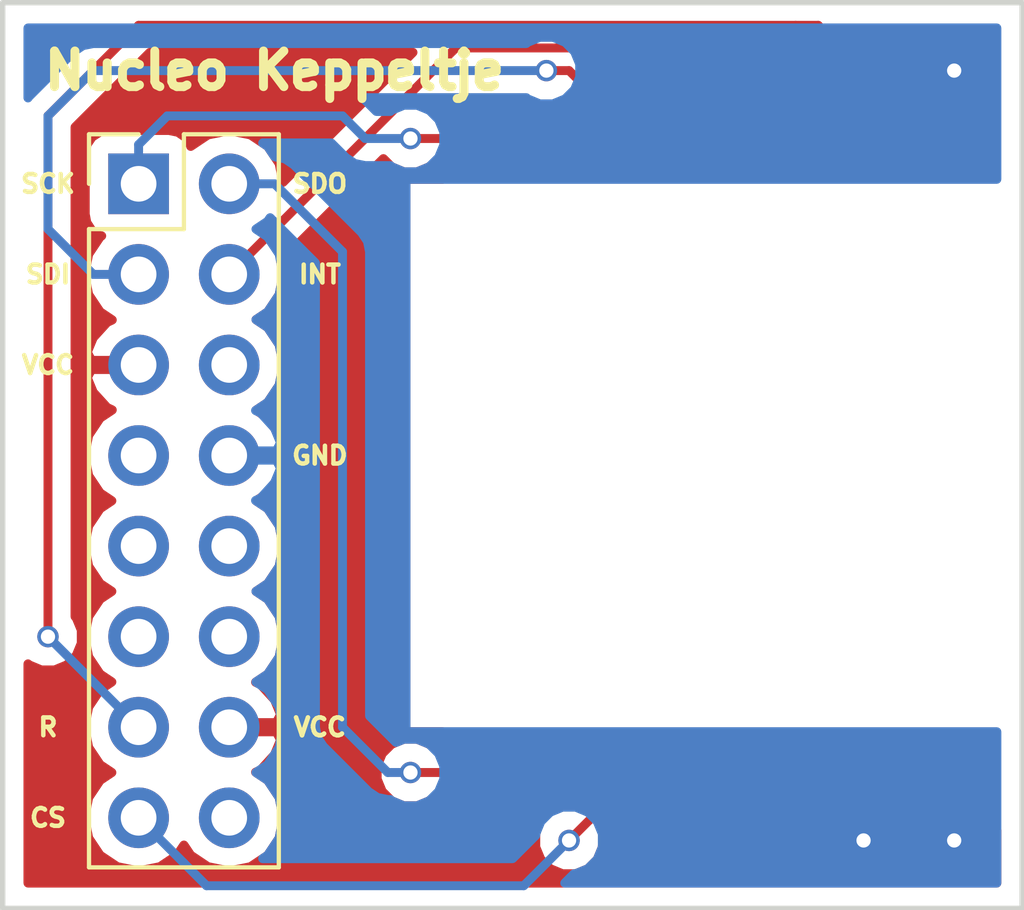
<source format=kicad_pcb>
(kicad_pcb (version 4) (host pcbnew 4.0.5)

  (general
    (links 11)
    (no_connects 0)
    (area 83.109999 15.693142 214.320002 85.415002)
    (thickness 1.6)
    (drawings 15)
    (tracks 55)
    (zones 0)
    (modules 2)
    (nets 17)
  )

  (page User 200 119.99)
  (title_block
    (date 2017-01-22)
  )

  (layers
    (0 F.Cu signal)
    (31 B.Cu signal)
    (34 B.Paste user)
    (35 F.Paste user)
    (36 B.SilkS user)
    (37 F.SilkS user)
    (38 B.Mask user)
    (39 F.Mask user)
    (44 Edge.Cuts user)
    (47 F.CrtYd user)
    (48 B.Fab user)
    (49 F.Fab user)
  )

  (setup
    (last_trace_width 0.25)
    (trace_clearance 0.2)
    (zone_clearance 0.508)
    (zone_45_only yes)
    (trace_min 0.2)
    (segment_width 0.2)
    (edge_width 0.15)
    (via_size 0.6)
    (via_drill 0.4)
    (via_min_size 0.4)
    (via_min_drill 0.3)
    (uvia_size 0.3)
    (uvia_drill 0.1)
    (uvias_allowed no)
    (uvia_min_size 0.2)
    (uvia_min_drill 0.1)
    (pcb_text_width 0.3)
    (pcb_text_size 1.5 1.5)
    (mod_edge_width 0.15)
    (mod_text_size 1 1)
    (mod_text_width 0.15)
    (pad_size 1.524 1.524)
    (pad_drill 0.762)
    (pad_to_mask_clearance 0.2)
    (aux_axis_origin 185.42 108.585)
    (grid_origin 83.185 57.15)
    (visible_elements FFFFF77F)
    (pcbplotparams
      (layerselection 0x00020_80000001)
      (usegerberextensions false)
      (excludeedgelayer true)
      (linewidth 0.100000)
      (plotframeref false)
      (viasonmask false)
      (mode 1)
      (useauxorigin false)
      (hpglpennumber 1)
      (hpglpenspeed 20)
      (hpglpendiameter 15)
      (hpglpenoverlay 2)
      (psnegative false)
      (psa4output false)
      (plotreference true)
      (plotvalue true)
      (plotinvisibletext false)
      (padsonsilk false)
      (subtractmaskfromsilk false)
      (outputformat 4)
      (mirror false)
      (drillshape 0)
      (scaleselection 1)
      (outputdirectory pdf/))
  )

  (net 0 "")
  (net 1 GND)
  (net 2 RESET)
  (net 3 WAKE)
  (net 4 INT)
  (net 5 SDI)
  (net 6 SCK)
  (net 7 SDO)
  (net 8 CS)
  (net 9 +3V3)
  (net 10 "Net-(P1-Pad6)")
  (net 11 "Net-(P1-Pad7)")
  (net 12 "Net-(P1-Pad9)")
  (net 13 "Net-(P1-Pad10)")
  (net 14 "Net-(P1-Pad11)")
  (net 15 "Net-(P1-Pad12)")
  (net 16 "Net-(P1-Pad16)")

  (net_class Default "This is the default net class."
    (clearance 0.2)
    (trace_width 0.25)
    (via_dia 0.6)
    (via_drill 0.4)
    (uvia_dia 0.3)
    (uvia_drill 0.1)
    (add_net +3V3)
    (add_net CS)
    (add_net GND)
    (add_net INT)
    (add_net "Net-(P1-Pad10)")
    (add_net "Net-(P1-Pad11)")
    (add_net "Net-(P1-Pad12)")
    (add_net "Net-(P1-Pad16)")
    (add_net "Net-(P1-Pad6)")
    (add_net "Net-(P1-Pad7)")
    (add_net "Net-(P1-Pad9)")
    (add_net RESET)
    (add_net SCK)
    (add_net SDI)
    (add_net SDO)
    (add_net WAKE)
  )

  (module MRF24J40MA:MRF24J40MA-TRANSCEIVER_MODULE locked (layer F.Cu) (tedit 5884BC62) (tstamp 5884BBAC)
    (at 95.631 35.56 270)
    (path /5884B5E6)
    (attr smd)
    (fp_text reference M1 (at 0 0 270) (layer F.SilkS) hide
      (effects (font (thickness 0.15)))
    )
    (fp_text value MRF24J40MA_TRANSEIVER_MODULE (at 0 0 270) (layer F.SilkS) hide
      (effects (font (thickness 0.15)))
    )
    (pad 1 smd rect (at 0 -14.224 270) (size 2.032 2.032) (layers F.Cu F.Paste F.Mask)
      (net 1 GND))
    (pad 2 smd rect (at 0 -11.684 270) (size 2.032 2.032) (layers F.Cu F.Paste F.Mask)
      (net 2 RESET))
    (pad 3 smd rect (at 0 -9.144 270) (size 2.032 2.032) (layers F.Cu F.Paste F.Mask)
      (net 3 WAKE))
    (pad 4 smd rect (at 0 -6.604 270) (size 2.032 2.032) (layers F.Cu F.Paste F.Mask)
      (net 4 INT))
    (pad 5 smd rect (at 0 -4.064 270) (size 2.032 2.032) (layers F.Cu F.Paste F.Mask)
      (net 5 SDI))
    (pad 6 smd rect (at 0 -1.524 270) (size 2.032 2.032) (layers F.Cu F.Paste F.Mask)
      (net 6 SCK))
    (pad 7 smd rect (at 17.78 -1.524 270) (size 2.032 2.032) (layers F.Cu F.Paste F.Mask)
      (net 7 SDO))
    (pad 8 smd rect (at 17.78 -4.064 270) (size 2.032 2.032) (layers F.Cu F.Paste F.Mask)
      (net 8 CS))
    (pad 9 smd rect (at 17.78 -6.604 270) (size 2.032 2.032) (layers F.Cu F.Paste F.Mask))
    (pad 10 smd rect (at 17.78 -9.144 270) (size 2.032 2.032) (layers F.Cu F.Paste F.Mask)
      (net 9 +3V3))
    (pad 11 smd rect (at 17.78 -11.684 270) (size 2.032 2.032) (layers F.Cu F.Paste F.Mask)
      (net 1 GND))
    (pad 12 smd rect (at 17.78 -14.224 270) (size 2.032 2.032) (layers F.Cu F.Paste F.Mask)
      (net 1 GND))
  )

  (module Pin_Headers:Pin_Header_Straight_2x08_Pitch2.54mm (layer F.Cu) (tedit 5884F5D2) (tstamp 5884EFC7)
    (at 86.995 36.83)
    (descr "Through hole straight pin header, 2x08, 2.54mm pitch, double rows")
    (tags "Through hole pin header THT 2x08 2.54mm double row")
    (path /5884EF43)
    (fp_text reference P1 (at 1.27 -2.39) (layer F.SilkS) hide
      (effects (font (size 1 1) (thickness 0.15)))
    )
    (fp_text value CONN_02X08 (at 1.27 20.17) (layer F.Fab) hide
      (effects (font (size 1 1) (thickness 0.15)))
    )
    (fp_line (start -1.27 -1.27) (end -1.27 19.05) (layer F.Fab) (width 0.1))
    (fp_line (start -1.27 19.05) (end 3.81 19.05) (layer F.Fab) (width 0.1))
    (fp_line (start 3.81 19.05) (end 3.81 -1.27) (layer F.Fab) (width 0.1))
    (fp_line (start 3.81 -1.27) (end -1.27 -1.27) (layer F.Fab) (width 0.1))
    (fp_line (start -1.39 1.27) (end -1.39 19.17) (layer F.SilkS) (width 0.12))
    (fp_line (start -1.39 19.17) (end 3.93 19.17) (layer F.SilkS) (width 0.12))
    (fp_line (start 3.93 19.17) (end 3.93 -1.39) (layer F.SilkS) (width 0.12))
    (fp_line (start 3.93 -1.39) (end 1.27 -1.39) (layer F.SilkS) (width 0.12))
    (fp_line (start 1.27 -1.39) (end 1.27 1.27) (layer F.SilkS) (width 0.12))
    (fp_line (start 1.27 1.27) (end -1.39 1.27) (layer F.SilkS) (width 0.12))
    (fp_line (start -1.39 0) (end -1.39 -1.39) (layer F.SilkS) (width 0.12))
    (fp_line (start -1.39 -1.39) (end 0 -1.39) (layer F.SilkS) (width 0.12))
    (fp_line (start -1.6 -1.6) (end -1.6 19.3) (layer F.CrtYd) (width 0.05))
    (fp_line (start -1.6 19.3) (end 4.1 19.3) (layer F.CrtYd) (width 0.05))
    (fp_line (start 4.1 19.3) (end 4.1 -1.6) (layer F.CrtYd) (width 0.05))
    (fp_line (start 4.1 -1.6) (end -1.6 -1.6) (layer F.CrtYd) (width 0.05))
    (pad 1 thru_hole rect (at 0 0) (size 1.7 1.7) (drill 1) (layers *.Cu *.Mask)
      (net 6 SCK))
    (pad 2 thru_hole oval (at 2.54 0) (size 1.7 1.7) (drill 1) (layers *.Cu *.Mask)
      (net 7 SDO))
    (pad 3 thru_hole oval (at 0 2.54) (size 1.7 1.7) (drill 1) (layers *.Cu *.Mask)
      (net 5 SDI))
    (pad 4 thru_hole oval (at 2.54 2.54) (size 1.7 1.7) (drill 1) (layers *.Cu *.Mask)
      (net 4 INT))
    (pad 5 thru_hole oval (at 0 5.08) (size 1.7 1.7) (drill 1) (layers *.Cu *.Mask)
      (net 9 +3V3))
    (pad 6 thru_hole oval (at 2.54 5.08) (size 1.7 1.7) (drill 1) (layers *.Cu *.Mask)
      (net 10 "Net-(P1-Pad6)"))
    (pad 7 thru_hole oval (at 0 7.62) (size 1.7 1.7) (drill 1) (layers *.Cu *.Mask)
      (net 11 "Net-(P1-Pad7)"))
    (pad 8 thru_hole oval (at 2.54 7.62) (size 1.7 1.7) (drill 1) (layers *.Cu *.Mask)
      (net 1 GND))
    (pad 9 thru_hole oval (at 0 10.16) (size 1.7 1.7) (drill 1) (layers *.Cu *.Mask)
      (net 12 "Net-(P1-Pad9)"))
    (pad 10 thru_hole oval (at 2.54 10.16) (size 1.7 1.7) (drill 1) (layers *.Cu *.Mask)
      (net 13 "Net-(P1-Pad10)"))
    (pad 11 thru_hole oval (at 0 12.7) (size 1.7 1.7) (drill 1) (layers *.Cu *.Mask)
      (net 14 "Net-(P1-Pad11)"))
    (pad 12 thru_hole oval (at 2.54 12.7) (size 1.7 1.7) (drill 1) (layers *.Cu *.Mask)
      (net 15 "Net-(P1-Pad12)"))
    (pad 13 thru_hole oval (at 0 15.24) (size 1.7 1.7) (drill 1) (layers *.Cu *.Mask)
      (net 2 RESET))
    (pad 14 thru_hole oval (at 2.54 15.24) (size 1.7 1.7) (drill 1) (layers *.Cu *.Mask)
      (net 9 +3V3))
    (pad 15 thru_hole oval (at 0 17.78) (size 1.7 1.7) (drill 1) (layers *.Cu *.Mask)
      (net 8 CS))
    (pad 16 thru_hole oval (at 2.54 17.78) (size 1.7 1.7) (drill 1) (layers *.Cu *.Mask)
      (net 16 "Net-(P1-Pad16)"))
    (model Pin_Headers.3dshapes/Pin_Header_Straight_2x08_Pitch2.54mm.wrl
      (at (xyz 0.05 -0.35 0))
      (scale (xyz 1 1 1))
      (rotate (xyz 0 0 90))
    )
  )

  (gr_text "Nucleo Keppeltje\n" (at 90.805 33.655) (layer F.SilkS)
    (effects (font (size 1 1) (thickness 0.25)))
  )
  (gr_text VCC (at 92.075 52.07) (layer F.SilkS) (tstamp 5884F15E)
    (effects (font (size 0.5 0.5) (thickness 0.125)))
  )
  (gr_text R (at 84.455 52.07) (layer F.SilkS) (tstamp 5884F0CA)
    (effects (font (size 0.5 0.5) (thickness 0.125)))
  )
  (gr_text GND (at 92.075 44.45) (layer F.SilkS) (tstamp 5884DF46)
    (effects (font (size 0.5 0.5) (thickness 0.125)))
  )
  (gr_text VCC (at 92.075 52.07) (layer F.SilkS) (tstamp 5884DF43)
    (effects (font (size 0.5 0.5) (thickness 0.125)))
  )
  (gr_text CS (at 84.455 54.61) (layer F.SilkS) (tstamp 5884DF3F)
    (effects (font (size 0.5 0.5) (thickness 0.125)))
  )
  (gr_text VCC (at 84.455 41.91) (layer F.SilkS) (tstamp 5884DF35)
    (effects (font (size 0.5 0.5) (thickness 0.125)))
  )
  (gr_text INT (at 92.075 39.37) (layer F.SilkS) (tstamp 5884DF32)
    (effects (font (size 0.5 0.5) (thickness 0.125)))
  )
  (gr_text SDO (at 92.075 36.83) (layer F.SilkS) (tstamp 5884DF2F)
    (effects (font (size 0.5 0.5) (thickness 0.125)))
  )
  (gr_text SDI (at 84.455 39.37) (layer F.SilkS) (tstamp 5884DF2D)
    (effects (font (size 0.5 0.5) (thickness 0.125)))
  )
  (gr_text SCK (at 84.455 36.83) (layer F.SilkS)
    (effects (font (size 0.5 0.5) (thickness 0.125)))
  )
  (gr_line (start 111.76 31.75) (end 83.185 31.75) (layer Edge.Cuts) (width 0.15))
  (gr_line (start 111.76 57.15) (end 111.76 31.75) (layer Edge.Cuts) (width 0.15))
  (gr_line (start 83.185 57.15) (end 111.76 57.15) (layer Edge.Cuts) (width 0.15))
  (gr_line (start 83.185 31.75) (end 83.185 57.15) (layer Edge.Cuts) (width 0.15))

  (segment (start 185.42 84.455) (end 184.785 84.455) (width 0.25) (layer Dwgs.User) (net 0))
  (segment (start 213.36 84.455) (end 185.42 84.455) (width 0.25) (layer Dwgs.User) (net 0))
  (segment (start 213.36 85.09) (end 213.36 84.455) (width 0.25) (layer Dwgs.User) (net 0))
  (segment (start 213.995 84.455) (end 213.36 85.09) (width 0.25) (layer Dwgs.User) (net 0))
  (segment (start 185.42 84.455) (end 213.995 84.455) (width 0.25) (layer Dwgs.User) (net 0))
  (segment (start 109.855 34.294) (end 109.855 33.655) (width 0.25) (layer F.Cu) (net 1))
  (via (at 109.855 33.655) (size 0.6) (drill 0.4) (layers F.Cu B.Cu) (net 1))
  (segment (start 109.855 35.56) (end 109.855 34.294) (width 0.25) (layer F.Cu) (net 1))
  (via (at 109.855 55.245) (size 0.6) (drill 0.4) (layers F.Cu B.Cu) (net 1))
  (segment (start 109.855 53.34) (end 109.855 55.245) (width 0.25) (layer F.Cu) (net 1))
  (via (at 107.315 55.245) (size 0.6) (drill 0.4) (layers F.Cu B.Cu) (net 1))
  (segment (start 107.315 53.34) (end 107.315 55.245) (width 0.25) (layer F.Cu) (net 1))
  (segment (start 84.455 34.925) (end 84.455 49.53) (width 0.25) (layer F.Cu) (net 2))
  (segment (start 84.455 49.53) (end 86.995 52.07) (width 0.25) (layer B.Cu) (net 2))
  (via (at 84.455 49.53) (size 0.6) (drill 0.4) (layers F.Cu B.Cu) (net 2))
  (segment (start 105.41 32.385) (end 86.995 32.385) (width 0.25) (layer F.Cu) (net 2))
  (segment (start 106.045 32.385) (end 105.41 32.385) (width 0.25) (layer F.Cu) (net 2))
  (segment (start 107.315 35.56) (end 107.315 33.655) (width 0.25) (layer F.Cu) (net 2))
  (segment (start 107.315 33.655) (end 106.045 32.385) (width 0.25) (layer F.Cu) (net 2))
  (segment (start 86.995 32.385) (end 84.455 34.925) (width 0.25) (layer F.Cu) (net 2))
  (segment (start 102.235 34.29) (end 102.235 35.56) (width 0.25) (layer F.Cu) (net 4))
  (segment (start 100.965 33.02) (end 102.235 34.29) (width 0.25) (layer F.Cu) (net 4))
  (segment (start 95.885 33.02) (end 100.965 33.02) (width 0.25) (layer F.Cu) (net 4))
  (segment (start 95.804646 33.100354) (end 95.885 33.02) (width 0.25) (layer F.Cu) (net 4))
  (segment (start 89.535 39.37) (end 95.804646 33.100354) (width 0.25) (layer F.Cu) (net 4))
  (segment (start 99.695 34.29) (end 99.695 35.56) (width 0.25) (layer F.Cu) (net 5))
  (segment (start 99.06 33.655) (end 99.695 34.29) (width 0.25) (layer F.Cu) (net 5))
  (segment (start 98.425 33.655) (end 99.06 33.655) (width 0.25) (layer F.Cu) (net 5))
  (via (at 98.425 33.655) (size 0.6) (drill 0.4) (layers F.Cu B.Cu) (net 5))
  (segment (start 98.425 33.655) (end 85.725 33.655) (width 0.25) (layer B.Cu) (net 5))
  (segment (start 85.725 33.655) (end 84.455 34.925) (width 0.25) (layer B.Cu) (net 5))
  (segment (start 84.455 34.925) (end 84.455 38.1) (width 0.25) (layer B.Cu) (net 5))
  (segment (start 84.455 38.1) (end 85.725 39.37) (width 0.25) (layer B.Cu) (net 5))
  (segment (start 85.725 39.37) (end 86.995 39.37) (width 0.25) (layer B.Cu) (net 5))
  (segment (start 92.71 34.925) (end 87.8 34.925) (width 0.25) (layer B.Cu) (net 6))
  (segment (start 87.8 34.925) (end 86.995 35.73) (width 0.25) (layer B.Cu) (net 6))
  (segment (start 86.995 35.73) (end 86.995 36.83) (width 0.25) (layer B.Cu) (net 6))
  (segment (start 93.345 35.56) (end 92.71 34.925) (width 0.25) (layer B.Cu) (net 6))
  (segment (start 94.615 35.56) (end 93.345 35.56) (width 0.25) (layer B.Cu) (net 6))
  (via (at 94.615 35.56) (size 0.6) (drill 0.4) (layers F.Cu B.Cu) (net 6))
  (segment (start 97.155 35.56) (end 94.615 35.56) (width 0.25) (layer F.Cu) (net 6))
  (segment (start 94.615 53.34) (end 97.155 53.34) (width 0.25) (layer F.Cu) (net 7))
  (segment (start 93.98 53.34) (end 94.615 53.34) (width 0.25) (layer B.Cu) (net 7))
  (via (at 94.615 53.34) (size 0.6) (drill 0.4) (layers F.Cu B.Cu) (net 7))
  (segment (start 92.71 52.07) (end 93.98 53.34) (width 0.25) (layer B.Cu) (net 7))
  (segment (start 92.71 38.735) (end 92.71 52.07) (width 0.25) (layer B.Cu) (net 7))
  (segment (start 90.805 36.83) (end 92.71 38.735) (width 0.25) (layer B.Cu) (net 7))
  (segment (start 89.535 36.83) (end 90.805 36.83) (width 0.25) (layer B.Cu) (net 7))
  (segment (start 97.79 56.515) (end 88.9 56.515) (width 0.25) (layer B.Cu) (net 8))
  (segment (start 88.9 56.515) (end 88.265 55.88) (width 0.25) (layer B.Cu) (net 8))
  (segment (start 88.265 55.88) (end 86.995 54.61) (width 0.25) (layer B.Cu) (net 8))
  (segment (start 99.06 55.245) (end 97.79 56.515) (width 0.25) (layer B.Cu) (net 8))
  (via (at 99.06 55.245) (size 0.6) (drill 0.4) (layers F.Cu B.Cu) (net 8))
  (segment (start 99.695 54.61) (end 99.06 55.245) (width 0.25) (layer F.Cu) (net 8))
  (segment (start 99.695 53.34) (end 99.695 54.61) (width 0.25) (layer F.Cu) (net 8))

  (zone (net 0) (net_name "") (layer B.Cu) (tstamp 0) (hatch edge 0.508)
    (connect_pads (clearance 0.508))
    (min_thickness 0.254)
    (keepout (tracks not_allowed) (vias not_allowed) (copperpour not_allowed))
    (fill yes (arc_segments 16) (thermal_gap 0.508) (thermal_bridge_width 0.508))
    (polygon
      (pts
        (xy 94.615 36.83) (xy 111.76 36.83) (xy 111.76 52.07) (xy 94.615 52.07)
      )
    )
  )
  (zone (net 0) (net_name "") (layer F.Cu) (tstamp 0) (hatch edge 0.508)
    (connect_pads (clearance 0.508))
    (min_thickness 0.254)
    (keepout (tracks not_allowed) (vias not_allowed) (copperpour not_allowed))
    (fill yes (arc_segments 16) (thermal_gap 0.508) (thermal_bridge_width 0.508))
    (polygon
      (pts
        (xy 94.615 36.83) (xy 111.76 36.83) (xy 111.76 52.07) (xy 94.615 52.07)
      )
    )
  )
  (zone (net 9) (net_name +3V3) (layer F.Cu) (tstamp 0) (hatch edge 0.508)
    (connect_pads (clearance 0.508))
    (min_thickness 0.254)
    (fill yes (arc_segments 16) (thermal_gap 0.508) (thermal_bridge_width 0.508))
    (polygon
      (pts
        (xy 83.185 31.75) (xy 111.76 31.75) (xy 111.76 36.83) (xy 94.615 36.83) (xy 94.615 52.07)
        (xy 111.76 52.07) (xy 111.76 57.15) (xy 83.185 57.15)
      )
    )
    (filled_polygon
      (pts
        (xy 91.040981 36.789217) (xy 90.936054 36.261715) (xy 90.614147 35.779946) (xy 90.132378 35.458039) (xy 89.564093 35.345)
        (xy 89.505907 35.345) (xy 88.937622 35.458039) (xy 88.455853 35.779946) (xy 88.455029 35.781179) (xy 88.448162 35.744683)
        (xy 88.30909 35.528559) (xy 88.09689 35.383569) (xy 87.845 35.33256) (xy 86.145 35.33256) (xy 85.909683 35.376838)
        (xy 85.693559 35.51591) (xy 85.548569 35.72811) (xy 85.49756 35.98) (xy 85.49756 37.68) (xy 85.541838 37.915317)
        (xy 85.68091 38.131441) (xy 85.89311 38.276431) (xy 85.960541 38.290086) (xy 85.915853 38.319946) (xy 85.593946 38.801715)
        (xy 85.480907 39.37) (xy 85.593946 39.938285) (xy 85.915853 40.420054) (xy 86.256553 40.647702) (xy 86.113642 40.714817)
        (xy 85.723355 41.143076) (xy 85.553524 41.55311) (xy 85.674845 41.783) (xy 86.868 41.783) (xy 86.868 41.763)
        (xy 87.122 41.763) (xy 87.122 41.783) (xy 87.142 41.783) (xy 87.142 42.037) (xy 87.122 42.037)
        (xy 87.122 42.057) (xy 86.868 42.057) (xy 86.868 42.037) (xy 85.674845 42.037) (xy 85.553524 42.26689)
        (xy 85.723355 42.676924) (xy 86.113642 43.105183) (xy 86.256553 43.172298) (xy 85.915853 43.399946) (xy 85.593946 43.881715)
        (xy 85.480907 44.45) (xy 85.593946 45.018285) (xy 85.915853 45.500054) (xy 86.245026 45.72) (xy 85.915853 45.939946)
        (xy 85.593946 46.421715) (xy 85.480907 46.99) (xy 85.593946 47.558285) (xy 85.915853 48.040054) (xy 86.245026 48.26)
        (xy 85.915853 48.479946) (xy 85.593946 48.961715) (xy 85.480907 49.53) (xy 85.593946 50.098285) (xy 85.915853 50.580054)
        (xy 86.245026 50.8) (xy 85.915853 51.019946) (xy 85.593946 51.501715) (xy 85.480907 52.07) (xy 85.593946 52.638285)
        (xy 85.915853 53.120054) (xy 86.245026 53.34) (xy 85.915853 53.559946) (xy 85.593946 54.041715) (xy 85.480907 54.61)
        (xy 85.593946 55.178285) (xy 85.915853 55.660054) (xy 86.397622 55.981961) (xy 86.965907 56.095) (xy 87.024093 56.095)
        (xy 87.592378 55.981961) (xy 88.074147 55.660054) (xy 88.265 55.374422) (xy 88.455853 55.660054) (xy 88.937622 55.981961)
        (xy 89.505907 56.095) (xy 89.564093 56.095) (xy 90.132378 55.981961) (xy 90.614147 55.660054) (xy 90.936054 55.178285)
        (xy 91.049093 54.61) (xy 90.936054 54.041715) (xy 90.614147 53.559946) (xy 90.273447 53.332298) (xy 90.416358 53.265183)
        (xy 90.806645 52.836924) (xy 90.976476 52.42689) (xy 90.855155 52.197) (xy 89.662 52.197) (xy 89.662 52.217)
        (xy 89.408 52.217) (xy 89.408 52.197) (xy 89.388 52.197) (xy 89.388 51.943) (xy 89.408 51.943)
        (xy 89.408 51.923) (xy 89.662 51.923) (xy 89.662 51.943) (xy 90.855155 51.943) (xy 90.976476 51.71311)
        (xy 90.806645 51.303076) (xy 90.416358 50.874817) (xy 90.273447 50.807702) (xy 90.614147 50.580054) (xy 90.936054 50.098285)
        (xy 91.049093 49.53) (xy 90.936054 48.961715) (xy 90.614147 48.479946) (xy 90.284974 48.26) (xy 90.614147 48.040054)
        (xy 90.936054 47.558285) (xy 91.049093 46.99) (xy 90.936054 46.421715) (xy 90.614147 45.939946) (xy 90.284974 45.72)
        (xy 90.614147 45.500054) (xy 90.936054 45.018285) (xy 91.049093 44.45) (xy 90.936054 43.881715) (xy 90.614147 43.399946)
        (xy 90.284974 43.18) (xy 90.614147 42.960054) (xy 90.936054 42.478285) (xy 91.049093 41.91) (xy 90.936054 41.341715)
        (xy 90.614147 40.859946) (xy 90.284974 40.64) (xy 90.614147 40.420054) (xy 90.936054 39.938285) (xy 91.049093 39.37)
        (xy 90.97621 39.003592) (xy 93.856341 36.123461) (xy 94.084673 36.352192) (xy 94.428201 36.494838) (xy 94.800167 36.495162)
        (xy 95.143943 36.353117) (xy 95.177118 36.32) (xy 95.49156 36.32) (xy 95.49156 36.576) (xy 95.515457 36.703)
        (xy 94.615 36.703) (xy 94.568841 36.711685) (xy 94.567338 36.712652) (xy 94.56559 36.713006) (xy 94.546209 36.726248)
        (xy 94.526447 36.738965) (xy 94.52544 36.74044) (xy 94.523965 36.741447) (xy 94.511248 36.761209) (xy 94.498006 36.78059)
        (xy 94.497652 36.782338) (xy 94.496685 36.783841) (xy 94.488 36.83) (xy 94.488 52.07) (xy 94.496685 52.116159)
        (xy 94.497652 52.117662) (xy 94.498006 52.11941) (xy 94.511248 52.138791) (xy 94.523965 52.158553) (xy 94.52544 52.15956)
        (xy 94.526447 52.161035) (xy 94.546209 52.173752) (xy 94.56559 52.186994) (xy 94.567338 52.187348) (xy 94.568841 52.188315)
        (xy 94.615 52.197) (xy 95.517278 52.197) (xy 95.49156 52.324) (xy 95.49156 52.58) (xy 95.177463 52.58)
        (xy 95.145327 52.547808) (xy 94.801799 52.405162) (xy 94.429833 52.404838) (xy 94.086057 52.546883) (xy 93.822808 52.809673)
        (xy 93.680162 53.153201) (xy 93.679838 53.525167) (xy 93.821883 53.868943) (xy 94.084673 54.132192) (xy 94.428201 54.274838)
        (xy 94.800167 54.275162) (xy 95.143943 54.133117) (xy 95.177118 54.1) (xy 95.49156 54.1) (xy 95.49156 54.356)
        (xy 95.535838 54.591317) (xy 95.67491 54.807441) (xy 95.88711 54.952431) (xy 96.139 55.00344) (xy 98.147901 55.00344)
        (xy 98.125162 55.058201) (xy 98.124838 55.430167) (xy 98.266883 55.773943) (xy 98.529673 56.037192) (xy 98.873201 56.179838)
        (xy 99.245167 56.180162) (xy 99.588943 56.038117) (xy 99.852192 55.775327) (xy 99.994838 55.431799) (xy 99.994879 55.384923)
        (xy 100.232401 55.147401) (xy 100.328592 55.00344) (xy 100.711 55.00344) (xy 100.946317 54.959162) (xy 100.962099 54.949007)
        (xy 100.96711 54.952431) (xy 101.219 55.00344) (xy 103.251 55.00344) (xy 103.486317 54.959162) (xy 103.513538 54.941646)
        (xy 103.63269 54.991) (xy 104.48925 54.991) (xy 104.648 54.83225) (xy 104.648 53.467) (xy 104.628 53.467)
        (xy 104.628 53.213) (xy 104.648 53.213) (xy 104.648 53.193) (xy 104.902 53.193) (xy 104.902 53.213)
        (xy 104.922 53.213) (xy 104.922 53.467) (xy 104.902 53.467) (xy 104.902 54.83225) (xy 105.06075 54.991)
        (xy 105.91731 54.991) (xy 106.033264 54.94297) (xy 106.04711 54.952431) (xy 106.299 55.00344) (xy 106.402901 55.00344)
        (xy 106.380162 55.058201) (xy 106.379838 55.430167) (xy 106.521883 55.773943) (xy 106.784673 56.037192) (xy 107.128201 56.179838)
        (xy 107.500167 56.180162) (xy 107.843943 56.038117) (xy 108.107192 55.775327) (xy 108.249838 55.431799) (xy 108.250162 55.059833)
        (xy 108.226861 55.00344) (xy 108.331 55.00344) (xy 108.566317 54.959162) (xy 108.582099 54.949007) (xy 108.58711 54.952431)
        (xy 108.839 55.00344) (xy 108.942901 55.00344) (xy 108.920162 55.058201) (xy 108.919838 55.430167) (xy 109.061883 55.773943)
        (xy 109.324673 56.037192) (xy 109.668201 56.179838) (xy 110.040167 56.180162) (xy 110.383943 56.038117) (xy 110.647192 55.775327)
        (xy 110.789838 55.431799) (xy 110.790162 55.059833) (xy 110.766861 55.00344) (xy 110.871 55.00344) (xy 111.05 54.969759)
        (xy 111.05 56.44) (xy 83.895 56.44) (xy 83.895 50.292467) (xy 83.924673 50.322192) (xy 84.268201 50.464838)
        (xy 84.640167 50.465162) (xy 84.983943 50.323117) (xy 85.247192 50.060327) (xy 85.389838 49.716799) (xy 85.390162 49.344833)
        (xy 85.248117 49.001057) (xy 85.215 48.967882) (xy 85.215 35.239802) (xy 87.309802 33.145) (xy 94.685198 33.145)
      )
    )
  )
  (zone (net 1) (net_name GND) (layer B.Cu) (tstamp 0) (hatch edge 0.508)
    (connect_pads (clearance 0.508))
    (min_thickness 0.254)
    (fill yes (arc_segments 16) (thermal_gap 0.508) (thermal_bridge_width 0.508))
    (polygon
      (pts
        (xy 83.185 31.75) (xy 111.76 31.75) (xy 111.76 57.15) (xy 83.185 57.15)
      )
    )
    (filled_polygon
      (pts
        (xy 111.05 36.703) (xy 94.615 36.703) (xy 94.568841 36.711685) (xy 94.526447 36.738965) (xy 94.498006 36.78059)
        (xy 94.488 36.83) (xy 94.488 52.07) (xy 94.496685 52.116159) (xy 94.523965 52.158553) (xy 94.56559 52.186994)
        (xy 94.615 52.197) (xy 111.05 52.197) (xy 111.05 56.44) (xy 98.939802 56.44) (xy 99.19968 56.180122)
        (xy 99.245167 56.180162) (xy 99.588943 56.038117) (xy 99.852192 55.775327) (xy 99.994838 55.431799) (xy 99.995162 55.059833)
        (xy 99.853117 54.716057) (xy 99.590327 54.452808) (xy 99.246799 54.310162) (xy 98.874833 54.309838) (xy 98.531057 54.451883)
        (xy 98.267808 54.714673) (xy 98.125162 55.058201) (xy 98.125121 55.105077) (xy 97.475198 55.755) (xy 90.47205 55.755)
        (xy 90.614147 55.660054) (xy 90.936054 55.178285) (xy 91.049093 54.61) (xy 90.936054 54.041715) (xy 90.614147 53.559946)
        (xy 90.284974 53.34) (xy 90.614147 53.120054) (xy 90.936054 52.638285) (xy 91.049093 52.07) (xy 90.936054 51.501715)
        (xy 90.614147 51.019946) (xy 90.284974 50.8) (xy 90.614147 50.580054) (xy 90.936054 50.098285) (xy 91.049093 49.53)
        (xy 90.936054 48.961715) (xy 90.614147 48.479946) (xy 90.284974 48.26) (xy 90.614147 48.040054) (xy 90.936054 47.558285)
        (xy 91.049093 46.99) (xy 90.936054 46.421715) (xy 90.614147 45.939946) (xy 90.273447 45.712298) (xy 90.416358 45.645183)
        (xy 90.806645 45.216924) (xy 90.976476 44.80689) (xy 90.855155 44.577) (xy 89.662 44.577) (xy 89.662 44.597)
        (xy 89.408 44.597) (xy 89.408 44.577) (xy 89.388 44.577) (xy 89.388 44.323) (xy 89.408 44.323)
        (xy 89.408 44.303) (xy 89.662 44.303) (xy 89.662 44.323) (xy 90.855155 44.323) (xy 90.976476 44.09311)
        (xy 90.806645 43.683076) (xy 90.416358 43.254817) (xy 90.273447 43.187702) (xy 90.614147 42.960054) (xy 90.936054 42.478285)
        (xy 91.049093 41.91) (xy 90.936054 41.341715) (xy 90.614147 40.859946) (xy 90.284974 40.64) (xy 90.614147 40.420054)
        (xy 90.936054 39.938285) (xy 91.049093 39.37) (xy 90.936054 38.801715) (xy 90.614147 38.319946) (xy 90.284974 38.1)
        (xy 90.614147 37.880054) (xy 90.680679 37.780481) (xy 91.95 39.049802) (xy 91.95 52.07) (xy 92.007852 52.360839)
        (xy 92.172599 52.607401) (xy 93.442599 53.877401) (xy 93.68916 54.042148) (xy 93.98 54.1) (xy 94.052537 54.1)
        (xy 94.084673 54.132192) (xy 94.428201 54.274838) (xy 94.800167 54.275162) (xy 95.143943 54.133117) (xy 95.407192 53.870327)
        (xy 95.549838 53.526799) (xy 95.550162 53.154833) (xy 95.408117 52.811057) (xy 95.145327 52.547808) (xy 94.801799 52.405162)
        (xy 94.429833 52.404838) (xy 94.210335 52.495533) (xy 93.47 51.755198) (xy 93.47 38.735) (xy 93.412148 38.444161)
        (xy 93.247401 38.197599) (xy 91.342401 36.292599) (xy 91.095839 36.127852) (xy 90.808407 36.070678) (xy 90.614147 35.779946)
        (xy 90.47205 35.685) (xy 92.395198 35.685) (xy 92.807599 36.097401) (xy 93.054161 36.262148) (xy 93.345 36.32)
        (xy 94.052537 36.32) (xy 94.084673 36.352192) (xy 94.428201 36.494838) (xy 94.800167 36.495162) (xy 95.143943 36.353117)
        (xy 95.407192 36.090327) (xy 95.549838 35.746799) (xy 95.550162 35.374833) (xy 95.408117 35.031057) (xy 95.145327 34.767808)
        (xy 94.801799 34.625162) (xy 94.429833 34.624838) (xy 94.086057 34.766883) (xy 94.052882 34.8) (xy 93.659802 34.8)
        (xy 93.274802 34.415) (xy 97.862537 34.415) (xy 97.894673 34.447192) (xy 98.238201 34.589838) (xy 98.610167 34.590162)
        (xy 98.953943 34.448117) (xy 99.217192 34.185327) (xy 99.359838 33.841799) (xy 99.360162 33.469833) (xy 99.218117 33.126057)
        (xy 98.955327 32.862808) (xy 98.611799 32.720162) (xy 98.239833 32.719838) (xy 97.896057 32.861883) (xy 97.862882 32.895)
        (xy 85.725 32.895) (xy 85.43416 32.952852) (xy 85.187599 33.117599) (xy 83.917599 34.387599) (xy 83.895 34.421421)
        (xy 83.895 32.46) (xy 111.05 32.46)
      )
    )
  )
)

</source>
